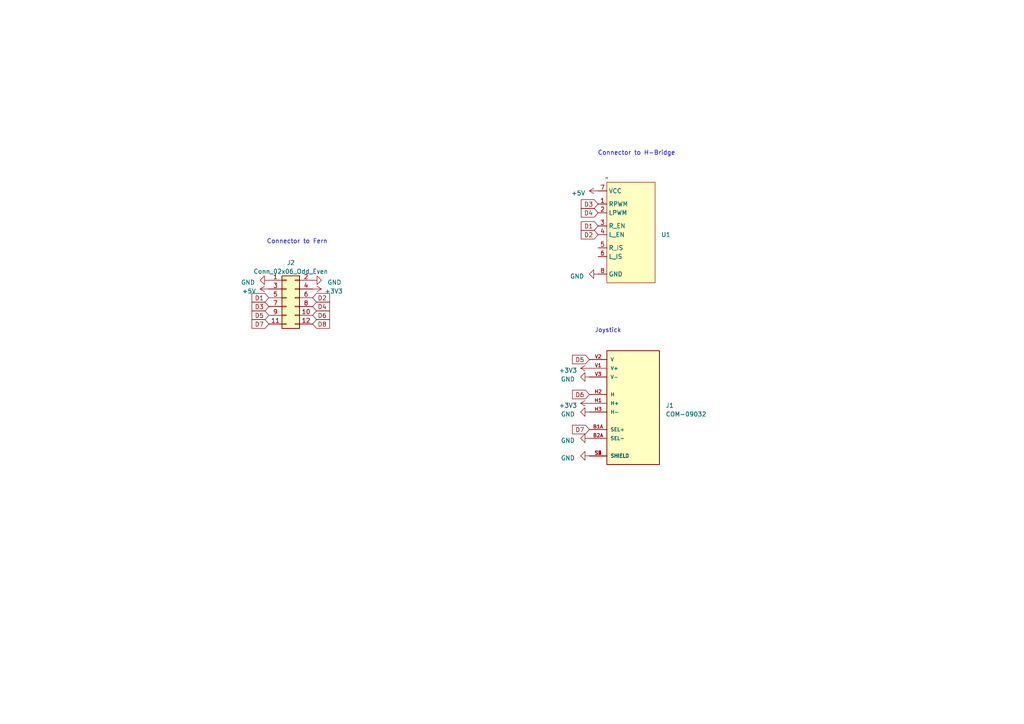
<source format=kicad_sch>
(kicad_sch (version 20230121) (generator eeschema)
  (paper "A4")
  (lib_symbols
    (symbol "COM-09032:Joystick" (pin_names (offset 1.016))
      (property "Reference" "J" (at -7.62 16.002 0))
      (property "Value" "COM-09032" (at -7.62 -20.32 0))
      (symbol "Joystick_0_0"
        (rectangle (start -7.62 15.24) (end 7.62 -17.78) (stroke (width 0.254)) (fill (type background)))
        (pin passive line (at -12.7 -7.62 0) (length 5.08) (name "SEL+") (number "B1A"))
        (pin passive line (at -12.7 -10.16 0) (length 5.08) (name "SEL-") (number "B2A"))
        (pin passive line (at -12.7 0 0) (length 5.08) (name "H+") (number "H1"))
        (pin passive line (at -12.7 2.54 0) (length 5.08) (name "H") (number "H2"))
        (pin passive line (at -12.7 -2.54 0) (length 5.08) (name "H-") (number "H3"))
        (pin passive line (at -12.7 -15.24 0) (length 5.08) (name "SHIELD") (number "S1"))
        (pin passive line (at -12.7 -15.24 0) (length 5.08) (name "SHIELD") (number "S2"))
        (pin passive line (at -12.7 -15.24 0) (length 5.08) (name "SHIELD") (number "S3"))
        (pin passive line (at -12.7 -15.24 0) (length 5.08) (name "SHIELD") (number "S4"))
        (pin passive line (at -12.7 10.16 0) (length 5.08) (name "V+") (number "V1"))
        (pin passive line (at -12.7 12.7 0) (length 5.08) (name "V") (number "V2"))
        (pin passive line (at -12.7 7.62 0) (length 5.08) (name "V-") (number "V3"))
      )
    )
    (symbol "Connector_Generic:Conn_02x06_Odd_Even" (pin_names (offset 1.016) hide)
      (property "Reference" "J" (at 1.27 7.62 0))
      (property "Value" "Conn_02x06_Odd_Even" (at 1.27 -10.16 0))
      (symbol "Conn_02x06_Odd_Even_1_1"
        (rectangle (start -1.27 -7.493) (end 0 -7.747) (stroke (width 0.1524)))
        (rectangle (start -1.27 -4.953) (end 0 -5.207) (stroke (width 0.1524)))
        (rectangle (start -1.27 -2.413) (end 0 -2.667) (stroke (width 0.1524)))
        (rectangle (start -1.27 0.127) (end 0 -0.127) (stroke (width 0.1524)))
        (rectangle (start -1.27 2.667) (end 0 2.413) (stroke (width 0.1524)))
        (rectangle (start -1.27 5.207) (end 0 4.953) (stroke (width 0.1524)))
        (rectangle (start -1.27 6.35) (end 3.81 -8.89) (stroke (width 0.254)) (fill (type background)))
        (rectangle (start 3.81 -7.493) (end 2.54 -7.747) (stroke (width 0.1524)))
        (rectangle (start 3.81 -4.953) (end 2.54 -5.207) (stroke (width 0.1524)))
        (rectangle (start 3.81 -2.413) (end 2.54 -2.667) (stroke (width 0.1524)))
        (rectangle (start 3.81 0.127) (end 2.54 -0.127) (stroke (width 0.1524)))
        (rectangle (start 3.81 2.667) (end 2.54 2.413) (stroke (width 0.1524)))
        (rectangle (start 3.81 5.207) (end 2.54 4.953) (stroke (width 0.1524)))
        (pin passive line (at -5.08 5.08 0) (length 3.81) (name "Pin_1") (number "1"))
        (pin passive line (at 7.62 -5.08 180) (length 3.81) (name "Pin_10") (number "10"))
        (pin passive line (at -5.08 -7.62 0) (length 3.81) (name "Pin_11") (number "11"))
        (pin passive line (at 7.62 -7.62 180) (length 3.81) (name "Pin_12") (number "12"))
        (pin passive line (at 7.62 5.08 180) (length 3.81) (name "Pin_2") (number "2"))
        (pin passive line (at -5.08 2.54 0) (length 3.81) (name "Pin_3") (number "3"))
        (pin passive line (at 7.62 2.54 180) (length 3.81) (name "Pin_4") (number "4"))
        (pin passive line (at -5.08 0 0) (length 3.81) (name "Pin_5") (number "5"))
        (pin passive line (at 7.62 0 180) (length 3.81) (name "Pin_6") (number "6"))
        (pin passive line (at -5.08 -2.54 0) (length 3.81) (name "Pin_7") (number "7"))
        (pin passive line (at 7.62 -2.54 180) (length 3.81) (name "Pin_8") (number "8"))
        (pin passive line (at -5.08 -5.08 0) (length 3.81) (name "Pin_9") (number "9"))
      )
    )
    (symbol "modules:BTS7960" (in_bom no)
      (property "Reference" "U" (at 0 15.24 0))
      (symbol "BTS7960_0_1"
        (rectangle (start -6.35 13.97) (end 7.62 -15.24) (fill (type background)))
      )
      (symbol "BTS7960_1_1"
        (pin input line (at -8.89 7.62 0) (length 2.54) (name "RPWM") (number "1"))
        (pin input line (at -8.89 5.08 0) (length 2.54) (name "LPWM") (number "2"))
        (pin input line (at -8.89 1.27 0) (length 2.54) (name "R_EN") (number "3"))
        (pin input line (at -8.89 -1.27 0) (length 2.54) (name "L_EN") (number "4"))
        (pin input line (at -8.89 -5.08 0) (length 2.54) (name "R_IS") (number "5"))
        (pin input line (at -8.89 -7.62 0) (length 2.54) (name "L_IS") (number "6"))
        (pin power_in line (at -8.89 11.43 0) (length 2.54) (name "VCC") (number "7"))
        (pin power_in line (at -8.89 -12.7 0) (length 2.54) (name "GND") (number "8"))
      )
    )
    (symbol "power:+3.3V" (power) (pin_names (offset 0))
      (property "Value" "+3.3V" (at 0 3.556 0))
      (symbol "+3.3V_0_1"
        (polyline (pts (xy -0.762 1.27) (xy 0 2.54)))
        (polyline (pts (xy 0 0) (xy 0 2.54)))
        (polyline (pts (xy 0 2.54) (xy 0.762 1.27)))
      )
      (symbol "+3.3V_1_1"
        (pin power_in line (at 0 0 90) (length 0) hide (name "+3V3") (number "1"))
      )
    )
    (symbol "power:+5V" (power) (pin_names (offset 0))
      (property "Value" "+5V" (at 0 3.556 0))
      (symbol "+5V_0_1"
        (polyline (pts (xy -0.762 1.27) (xy 0 2.54)))
        (polyline (pts (xy 0 0) (xy 0 2.54)))
        (polyline (pts (xy 0 2.54) (xy 0.762 1.27)))
      )
      (symbol "+5V_1_1"
        (pin power_in line (at 0 0 90) (length 0) hide (name "+5V") (number "1"))
      )
    )
    (symbol "power:GND" (power) (pin_names (offset 0))
      (property "Value" "GND" (at 0 -3.81 0))
      (symbol "GND_0_1"
        (polyline (pts (xy 0 0) (xy 0 -1.27) (xy 1.27 -1.27) (xy 0 -2.54) (xy -1.27 -1.27) (xy 0 -1.27)))
      )
      (symbol "GND_1_1"
        (pin power_in line (at 0 0 270) (length 0) hide (name "GND") (number "1"))
      )
    )
  )
  (text "Connector to H-Bridge" (at 173.355 45.212 0) (effects (font (size 1.27 1.27)) (justify left bottom)))
  (text "Joystick" (at 172.466 96.647 0) (effects (font (size 1.27 1.27)) (justify left bottom)))
  (text "Connector to Fern" (at 77.343 70.866 0) (effects (font (size 1.27 1.27)) (justify left bottom)))
  (global_label "D7" (shape input) (at 170.942 124.587 180) (property "Intersheetrefs" "${INTERSHEET_REFS}" (effects hide)))
  (global_label "D1" (shape input) (at 173.482 65.532 180) (property "Intersheetrefs" "${INTERSHEET_REFS}" (effects hide)))
  (global_label "D7" (shape input) (at 77.978 93.98 180) (property "Intersheetrefs" "${INTERSHEET_REFS}" (effects hide)))
  (global_label "D2" (shape input) (at 173.482 68.072 180) (property "Intersheetrefs" "${INTERSHEET_REFS}" (effects hide)))
  (global_label "D2" (shape input) (at 90.678 86.36 0) (property "Intersheetrefs" "${INTERSHEET_REFS}" (effects hide)))
  (global_label "D1" (shape input) (at 77.978 86.36 180) (property "Intersheetrefs" "${INTERSHEET_REFS}" (effects hide)))
  (global_label "D6" (shape input) (at 170.942 114.427 180) (property "Intersheetrefs" "${INTERSHEET_REFS}" (effects hide)))
  (global_label "D6" (shape input) (at 90.678 91.44 0) (property "Intersheetrefs" "${INTERSHEET_REFS}" (effects hide)))
  (global_label "D5" (shape input) (at 77.978 91.44 180) (property "Intersheetrefs" "${INTERSHEET_REFS}" (effects hide)))
  (global_label "D4" (shape input) (at 173.482 61.722 180) (property "Intersheetrefs" "${INTERSHEET_REFS}" (effects hide)))
  (global_label "D3" (shape input) (at 173.482 59.182 180) (property "Intersheetrefs" "${INTERSHEET_REFS}" (effects hide)))
  (global_label "D8" (shape input) (at 90.678 93.98 0) (property "Intersheetrefs" "${INTERSHEET_REFS}" (effects hide)))
  (global_label "D5" (shape input) (at 170.942 104.267 180) (property "Intersheetrefs" "${INTERSHEET_REFS}" (effects hide)))
  (global_label "D4" (shape input) (at 90.678 88.9 0) (property "Intersheetrefs" "${INTERSHEET_REFS}" (effects hide)))
  (global_label "D3" (shape input) (at 77.978 88.9 180) (property "Intersheetrefs" "${INTERSHEET_REFS}" (effects hide)))
  (symbol (lib_id "power:+3.3V") (at 170.942 106.807 90) (unit 1)
    (property "Reference" "#PWR07" (effects hide))
    (property "Value" "+3.3V" (at 167.386 107.442 90) (effects (justify left)))
  )
  (symbol (lib_id "power:GND") (at 170.942 119.507 270) (unit 1)
    (property "Reference" "#PWR010" (effects hide))
    (property "Value" "GND" (at 166.751 120.142 90) (effects (justify right)))
  )
  (symbol (lib_id "power:+3.3V") (at 90.678 83.82 270) (unit 1)
    (property "Reference" "#PWR04" (effects hide))
    (property "Value" "+3.3V" (at 94.1324 84.455 90) (effects (justify left)))
  )
  (symbol (lib_id "power:GND") (at 170.942 127.127 270) (unit 1)
    (property "Reference" "#PWR011" (effects hide))
    (property "Value" "GND" (at 166.751 127.762 90) (effects (justify right)))
  )
  (symbol (lib_id "Connector_Generic:Conn_02x06_Odd_Even") (at 83.058 86.36 0) (unit 1)
    (property "Reference" "J2" (at 84.328 76.2 0))
    (property "Value" "Conn_02x06_Odd_Even" (at 84.328 78.74 0))
    (property "Footprint" "Connector_IDC:IDC-Header_2x06_P2.54mm_Vertical" (effects hide))
    (property "LCSC" "C601938" (effects hide))
  )
  (symbol (lib_id "power:+3.3V") (at 170.942 116.967 90) (unit 1)
    (property "Reference" "#PWR08" (effects hide))
    (property "Value" "+3.3V" (at 167.386 117.602 90) (effects (justify left)))
  )
  (symbol (lib_id "power:+5V") (at 173.482 55.372 90) (unit 1)
    (property "Reference" "#PWR06" (effects hide))
    (property "Value" "+5V" (at 169.7736 56.007 90) (effects (justify left)))
  )
  (symbol (lib_id "power:GND") (at 173.482 79.502 270) (unit 1)
    (property "Reference" "#PWR05" (effects hide))
    (property "Value" "GND" (at 169.418 80.137 90) (effects (justify right)))
  )
  (symbol (lib_id "power:GND") (at 77.978 81.28 270) (unit 1)
    (property "Reference" "#PWR01" (effects hide))
    (property "Value" "GND" (at 73.9648 81.915 90) (effects (justify right)))
  )
  (symbol (lib_id "power:+5V") (at 77.978 83.82 90) (unit 1)
    (property "Reference" "#PWR02" (effects hide))
    (property "Value" "+5V" (at 74.2696 84.455 90) (effects (justify left)))
  )
  (symbol (lib_id "modules:BTS7960") (at 182.372 66.802 0) (unit 1) (in_bom no)
    (property "Reference" "U1" (at 191.77 68.072 0) (effects (justify left)))
    (property "Value" "~" (at 176.022 51.562 0))
    (property "Footprint" "modules:BTS7960_Module" (effects hide))
    (property "LCSC" "C718232" (effects hide))
  )
  (symbol (lib_id "power:GND") (at 170.942 109.347 270) (unit 1)
    (property "Reference" "#PWR09" (effects hide))
    (property "Value" "GND" (at 166.751 109.982 90) (effects (justify right)))
  )
  (symbol (lib_id "power:GND") (at 170.942 132.207 270) (unit 1)
    (property "Reference" "#PWR012" (effects hide))
    (property "Value" "GND" (at 166.751 132.842 90) (effects (justify right)))
  )
  (symbol (lib_id "COM-09032:Joystick") (at 183.642 116.967 0) (unit 1)
    (property "Reference" "J1" (at 193.04 117.602 0) (effects (justify left)))
    (property "Value" "COM-09032" (at 193.04 120.142 0) (effects (justify left)))
    (property "Footprint" "XDCR_COM:XDCR_COM-09032" (effects hide))
    (property "Description" "\nJoystick, 2 - Axis Analog (Resistive) Output\n" (effects hide))
  )
  (symbol (lib_id "power:GND") (at 90.678 81.28 90) (unit 1)
    (property "Reference" "#PWR03" (effects hide))
    (property "Value" "GND" (at 94.9452 81.915 90) (effects (justify right)))
  )
)
</source>
